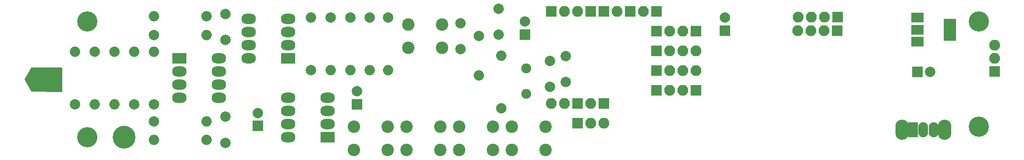
<source format=gbr>
G04 #@! TF.GenerationSoftware,KiCad,Pcbnew,(5.1.2-1)-1*
G04 #@! TF.CreationDate,2019-09-24T13:43:54+08:00*
G04 #@! TF.ProjectId,osilloscopen,6f73696c-6c6f-4736-936f-70656e2e6b69,rev?*
G04 #@! TF.SameCoordinates,Original*
G04 #@! TF.FileFunction,Soldermask,Top*
G04 #@! TF.FilePolarity,Negative*
%FSLAX46Y46*%
G04 Gerber Fmt 4.6, Leading zero omitted, Abs format (unit mm)*
G04 Created by KiCad (PCBNEW (5.1.2-1)-1) date 2019-09-24 13:43:54*
%MOMM*%
%LPD*%
G04 APERTURE LIST*
%ADD10C,0.150000*%
%ADD11C,3.900000*%
%ADD12C,2.000000*%
%ADD13R,2.000000X2.000000*%
%ADD14R,2.100000X2.100000*%
%ADD15O,2.100000X2.100000*%
%ADD16O,2.000000X2.000000*%
%ADD17C,2.400000*%
%ADD18O,2.800000X2.000000*%
%ADD19R,2.800000X2.000000*%
%ADD20R,2.400000X4.200000*%
%ADD21R,2.400000X1.900000*%
%ADD22C,1.900000*%
%ADD23R,1.900000X2.900000*%
%ADD24O,1.900000X2.900000*%
%ADD25O,2.600000X3.900000*%
%ADD26C,4.400500*%
G04 APERTURE END LIST*
D10*
G36*
X92202000Y-97358200D02*
G01*
X86385400Y-97282000D01*
X85064600Y-95021400D01*
X86385400Y-92837000D01*
X92202000Y-92837000D01*
X92202000Y-97358200D01*
G37*
X92202000Y-97358200D02*
X86385400Y-97282000D01*
X85064600Y-95021400D01*
X86385400Y-92837000D01*
X92202000Y-92837000D01*
X92202000Y-97358200D01*
D11*
X269240000Y-104140000D03*
X269240000Y-83820000D03*
X97155000Y-83820000D03*
D12*
X130048000Y-101513000D03*
D13*
X130048000Y-104013000D03*
D14*
X186690000Y-81915000D03*
D15*
X189230000Y-81915000D03*
X191770000Y-81915000D03*
D16*
X151638000Y-93218000D03*
D12*
X151638000Y-83058000D03*
D15*
X214630000Y-93345000D03*
X212090000Y-93345000D03*
X209550000Y-93345000D03*
D14*
X207010000Y-93345000D03*
X241935000Y-85623400D03*
D15*
X239395000Y-85623400D03*
X236855000Y-85623400D03*
X234315000Y-85623400D03*
D14*
X88900000Y-95250000D03*
X272270000Y-93460000D03*
D15*
X272270000Y-90920000D03*
X272270000Y-88380000D03*
D13*
X149225000Y-99822000D03*
D12*
X149225000Y-97322000D03*
D13*
X181610000Y-86360000D03*
D12*
X181610000Y-83860000D03*
X220218000Y-83098000D03*
D13*
X220218000Y-85598000D03*
X257378200Y-93599000D03*
D12*
X259878200Y-93599000D03*
X172720000Y-86614000D03*
D16*
X172720000Y-94234000D03*
D12*
X94742000Y-99822000D03*
D16*
X94742000Y-89662000D03*
X98552000Y-99822000D03*
D12*
X98552000Y-89662000D03*
X102362000Y-89662000D03*
D16*
X102362000Y-99822000D03*
D12*
X106172000Y-99822000D03*
D16*
X106172000Y-89662000D03*
D12*
X120142000Y-106680000D03*
D16*
X109982000Y-106680000D03*
X120142000Y-103124000D03*
D12*
X109982000Y-103124000D03*
X120142000Y-82804000D03*
D16*
X109982000Y-82804000D03*
X120142000Y-86487000D03*
D12*
X109982000Y-86487000D03*
D16*
X109982000Y-89662000D03*
D12*
X109982000Y-99822000D03*
D16*
X140335000Y-83058000D03*
D12*
X140335000Y-93218000D03*
X144145000Y-83058000D03*
D16*
X144145000Y-93218000D03*
D12*
X177038000Y-100584000D03*
D16*
X177038000Y-90424000D03*
D17*
X179070000Y-108640000D03*
X179070000Y-104140000D03*
X185570000Y-108640000D03*
X185570000Y-104140000D03*
X175410000Y-104140000D03*
X175410000Y-108640000D03*
X168910000Y-104140000D03*
X168910000Y-108640000D03*
X158750000Y-108640000D03*
X158750000Y-104140000D03*
X165250000Y-108640000D03*
X165250000Y-104140000D03*
X155090000Y-104140000D03*
X155090000Y-108640000D03*
X148590000Y-104140000D03*
X148590000Y-108640000D03*
D18*
X122555000Y-90932000D03*
X114935000Y-98552000D03*
X122555000Y-93472000D03*
X114935000Y-96012000D03*
X122555000Y-96012000D03*
X114935000Y-93472000D03*
X122555000Y-98552000D03*
D19*
X114935000Y-90932000D03*
X143510000Y-106172000D03*
D18*
X135890000Y-98552000D03*
X143510000Y-103632000D03*
X135890000Y-101092000D03*
X143510000Y-101092000D03*
X135890000Y-103632000D03*
X143510000Y-98552000D03*
X135890000Y-106172000D03*
D20*
X263677800Y-85394800D03*
D21*
X257377800Y-85394800D03*
X257377800Y-87694800D03*
X257377800Y-83094800D03*
D22*
X181864000Y-97790000D03*
X181864000Y-92910000D03*
D23*
X256540000Y-104775000D03*
D24*
X258540000Y-104775000D03*
X260540000Y-104775000D03*
D25*
X254440000Y-104775000D03*
X262640000Y-104775000D03*
D14*
X214630000Y-85725000D03*
X207010000Y-89535000D03*
D15*
X209550000Y-89535000D03*
X212090000Y-89535000D03*
X214630000Y-89535000D03*
D14*
X214630000Y-97155000D03*
D15*
X186690000Y-99695000D03*
X189230000Y-99695000D03*
D14*
X191770000Y-99695000D03*
X194310000Y-81915000D03*
X196850000Y-81915000D03*
D15*
X199390000Y-81915000D03*
D14*
X207010000Y-97155000D03*
D15*
X209550000Y-97155000D03*
X212090000Y-97155000D03*
D14*
X196850000Y-99695000D03*
D15*
X194310000Y-99695000D03*
X204470000Y-81915000D03*
D14*
X201930000Y-81915000D03*
X207010000Y-81915000D03*
D15*
X212090000Y-85725000D03*
X209550000Y-85725000D03*
D14*
X207010000Y-85725000D03*
X241960400Y-83007200D03*
D15*
X239420400Y-83007200D03*
X236880400Y-83007200D03*
X234340400Y-83007200D03*
D26*
X104267000Y-106172000D03*
D12*
X147955000Y-83058000D03*
D16*
X147955000Y-93218000D03*
D12*
X123825000Y-82376000D03*
X123825000Y-87376000D03*
X123825000Y-102235000D03*
X123825000Y-107235000D03*
X169164000Y-89154000D03*
X169164000Y-84154000D03*
D14*
X191770000Y-103505000D03*
D15*
X194310000Y-103505000D03*
X196850000Y-103505000D03*
D12*
X155194000Y-83058000D03*
D16*
X155194000Y-93218000D03*
D17*
X165608000Y-84400000D03*
X165608000Y-88900000D03*
X159108000Y-84400000D03*
X159108000Y-88900000D03*
D11*
X97155000Y-106172000D03*
D12*
X176530000Y-86360000D03*
X176530000Y-81360000D03*
X186436000Y-96440000D03*
X186436000Y-91440000D03*
X189484000Y-95504000D03*
X189484000Y-90504000D03*
D19*
X135890000Y-90932000D03*
D18*
X128270000Y-83312000D03*
X135890000Y-88392000D03*
X128270000Y-85852000D03*
X135890000Y-85852000D03*
X128270000Y-88392000D03*
X135890000Y-83312000D03*
X128270000Y-90932000D03*
M02*

</source>
